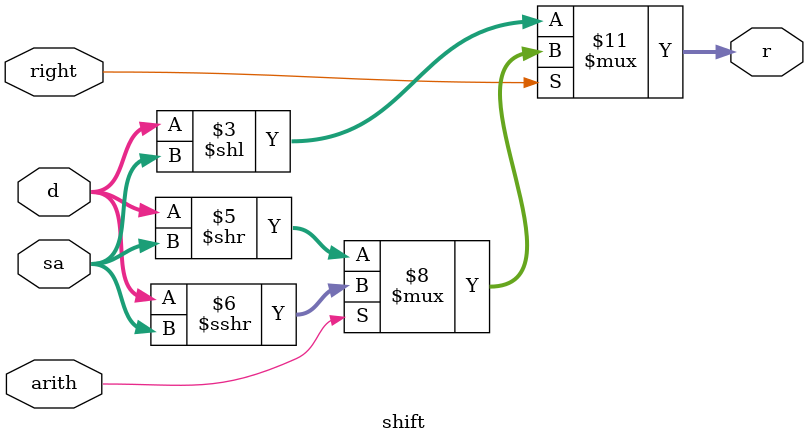
<source format=v>
`timescale 1ns / 1ps


module shift(d, sa, right, arith, r);
    input [31:0] d;
    input [4:0] sa;
    input right, arith;
    output reg [31:0] r;
    always @(*) begin
        if (!right) begin
            r <= d << sa;
        end else if (!arith) begin
            r <= d >> sa;
        end else begin
            r <= $signed(d) >>> sa;
        end
    end
endmodule

</source>
